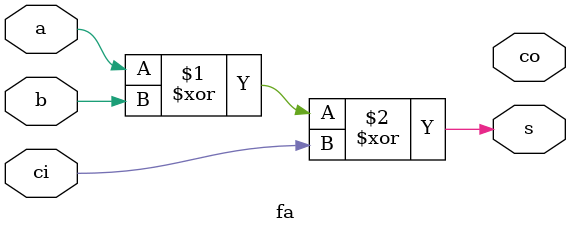
<source format=v>
module fa(s,co,a,b,ci);
input a,b,ci;
output s,co;
assign s=a^b^ci;
assign c=((a^b)&ci)|(a&b);
endmodule
</source>
